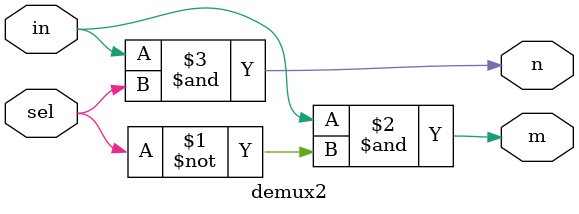
<source format=v>
module demux(
input in,
input [2:0]sel,
output [7:0]y );
wire a,b;
demux2 uut(.in(in),.sel(sel[2]),.m(a),.n(b));
demux4 uut1(.in(a),.sel(sel[1:0]),.y(y[7:4]));
demux4 uut2(.in(b),.sel(sel[1:0]),.y(y[3:0]));

endmodule
module demux4(
input in,
input [1:0]sel,
output [3:0]y);
assign y[0]=in&(~sel[1])&(~sel[0]);
assign y[1]=in&(~sel[1])&(sel[0]);
assign y[2]=in&(sel[1])&(~sel[0]);
assign y[3]=in&(sel[1])&(sel[0]);

endmodule
module demux2(
input in,
input sel,
output m,n);
assign m=in&(~sel);
assign n=in&(sel);

endmodule

</source>
